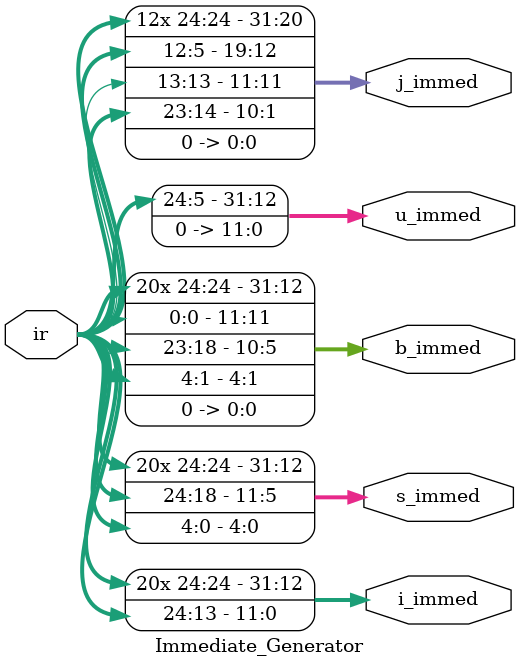
<source format=sv>
`timescale 1ns / 1ps


module Immediate_Generator(
    input logic [24:0] ir,
    output logic [31:0] i_immed, s_immed, b_immed, u_immed, j_immed
    );
   
    assign i_immed = $signed ({ {21{ir[24]}}, ir[23:18], ir[17:13]}); // used in immediate instructions
    assign s_immed = {{21{ir[24]}}, ir[23:18], ir[4:0]};  // used in store type instructions
    assign b_immed = {{20{ir[24]}},ir[0], ir[23:18], ir[4:1],1'b0};  // Used in branch type instructions
    assign j_immed = {{12{ir[24]}}, ir[12:5], ir[13], ir[23:14], 1'b0}; //Used in jal instructions
    assign u_immed = {ir[24:5], {12{1'b0}} }; // for load upper immediates and auipc instructions
   
endmodule

</source>
